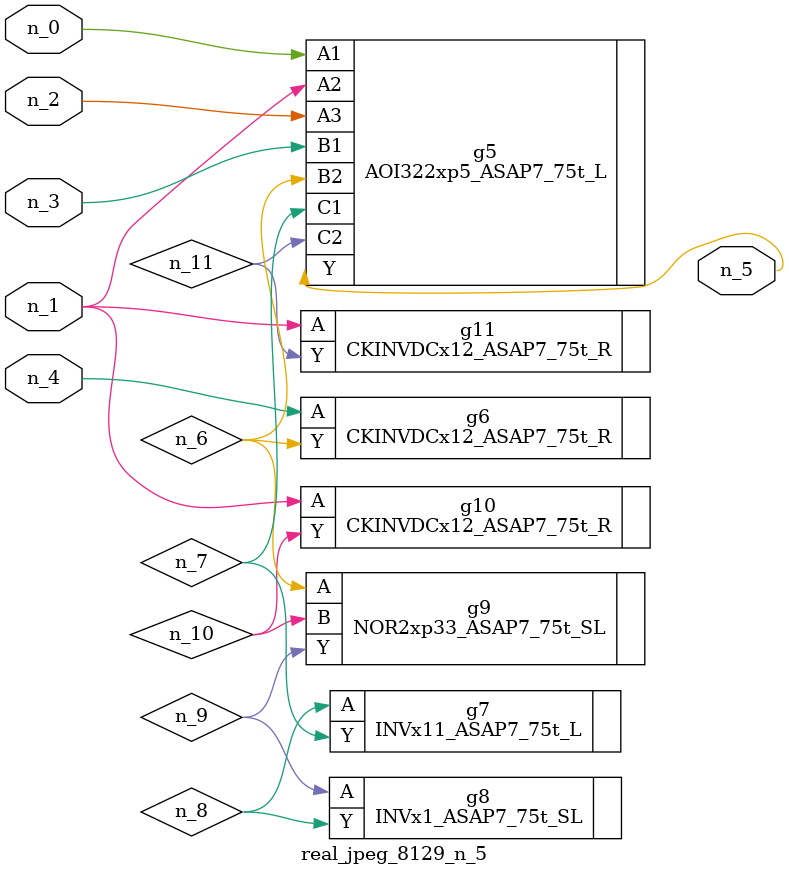
<source format=v>
module real_jpeg_8129_n_5 (n_4, n_0, n_1, n_2, n_3, n_5);

input n_4;
input n_0;
input n_1;
input n_2;
input n_3;

output n_5;

wire n_8;
wire n_11;
wire n_6;
wire n_7;
wire n_10;
wire n_9;

AOI322xp5_ASAP7_75t_L g5 ( 
.A1(n_0),
.A2(n_1),
.A3(n_2),
.B1(n_3),
.B2(n_6),
.C1(n_7),
.C2(n_11),
.Y(n_5)
);

CKINVDCx12_ASAP7_75t_R g10 ( 
.A(n_1),
.Y(n_10)
);

CKINVDCx12_ASAP7_75t_R g11 ( 
.A(n_1),
.Y(n_11)
);

CKINVDCx12_ASAP7_75t_R g6 ( 
.A(n_4),
.Y(n_6)
);

NOR2xp33_ASAP7_75t_SL g9 ( 
.A(n_6),
.B(n_10),
.Y(n_9)
);

INVx11_ASAP7_75t_L g7 ( 
.A(n_8),
.Y(n_7)
);

INVx1_ASAP7_75t_SL g8 ( 
.A(n_9),
.Y(n_8)
);


endmodule
</source>
